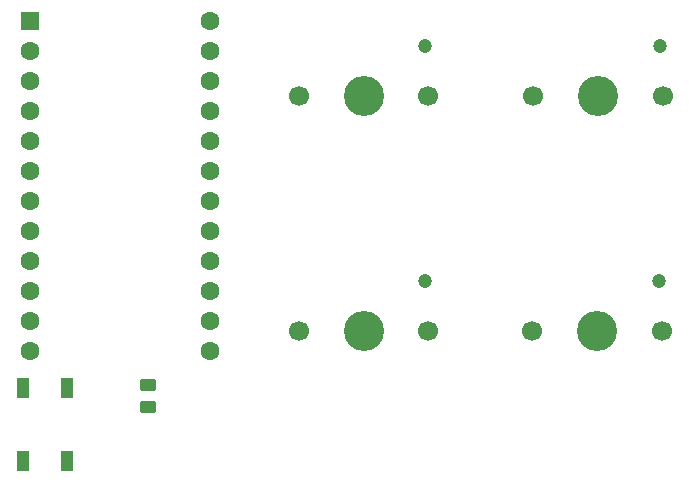
<source format=gts>
G04 #@! TF.GenerationSoftware,KiCad,Pcbnew,(6.0.5)*
G04 #@! TF.CreationDate,2022-09-29T20:04:46+08:00*
G04 #@! TF.ProjectId,4k-keypad-pro-micro,346b2d6b-6579-4706-9164-2d70726f2d6d,rev?*
G04 #@! TF.SameCoordinates,Original*
G04 #@! TF.FileFunction,Soldermask,Top*
G04 #@! TF.FilePolarity,Negative*
%FSLAX46Y46*%
G04 Gerber Fmt 4.6, Leading zero omitted, Abs format (unit mm)*
G04 Created by KiCad (PCBNEW (6.0.5)) date 2022-09-29 20:04:46*
%MOMM*%
%LPD*%
G01*
G04 APERTURE LIST*
G04 Aperture macros list*
%AMRoundRect*
0 Rectangle with rounded corners*
0 $1 Rounding radius*
0 $2 $3 $4 $5 $6 $7 $8 $9 X,Y pos of 4 corners*
0 Add a 4 corners polygon primitive as box body*
4,1,4,$2,$3,$4,$5,$6,$7,$8,$9,$2,$3,0*
0 Add four circle primitives for the rounded corners*
1,1,$1+$1,$2,$3*
1,1,$1+$1,$4,$5*
1,1,$1+$1,$6,$7*
1,1,$1+$1,$8,$9*
0 Add four rect primitives between the rounded corners*
20,1,$1+$1,$2,$3,$4,$5,0*
20,1,$1+$1,$4,$5,$6,$7,0*
20,1,$1+$1,$6,$7,$8,$9,0*
20,1,$1+$1,$8,$9,$2,$3,0*%
G04 Aperture macros list end*
%ADD10R,1.100000X1.800000*%
%ADD11R,1.600000X1.600000*%
%ADD12C,1.600000*%
%ADD13RoundRect,0.250000X-0.450000X0.262500X-0.450000X-0.262500X0.450000X-0.262500X0.450000X0.262500X0*%
%ADD14C,1.700000*%
%ADD15C,1.200000*%
%ADD16C,3.400000*%
G04 APERTURE END LIST*
D10*
X104243750Y-103262500D03*
X100543750Y-109462500D03*
X100543750Y-103262500D03*
X104243750Y-109462500D03*
D11*
X101123750Y-72231250D03*
D12*
X101123750Y-74771250D03*
X101123750Y-77311250D03*
X101123750Y-79851250D03*
X101123750Y-82391250D03*
X101123750Y-84931250D03*
X101123750Y-87471250D03*
X101123750Y-90011250D03*
X101123750Y-92551250D03*
X101123750Y-95091250D03*
X101123750Y-97631250D03*
X101123750Y-100171250D03*
X116363750Y-100171250D03*
X116363750Y-97631250D03*
X116363750Y-95091250D03*
X116363750Y-92551250D03*
X116363750Y-90011250D03*
X116363750Y-87471250D03*
X116363750Y-84931250D03*
X116363750Y-82391250D03*
X116363750Y-79851250D03*
X116363750Y-77311250D03*
X116363750Y-74771250D03*
X116363750Y-72231250D03*
D13*
X111125000Y-103068750D03*
X111125000Y-104893750D03*
D14*
X143725000Y-78550000D03*
D15*
X154445000Y-74350000D03*
D16*
X149225000Y-78550000D03*
D14*
X154725000Y-78550000D03*
D15*
X154388750Y-94225000D03*
D16*
X149168750Y-98425000D03*
D14*
X154668750Y-98425000D03*
X143668750Y-98425000D03*
X123881250Y-98425000D03*
X134881250Y-98425000D03*
D15*
X134601250Y-94225000D03*
D16*
X129381250Y-98425000D03*
D14*
X134881250Y-78550000D03*
D15*
X134601250Y-74350000D03*
D16*
X129381250Y-78550000D03*
D14*
X123881250Y-78550000D03*
M02*

</source>
